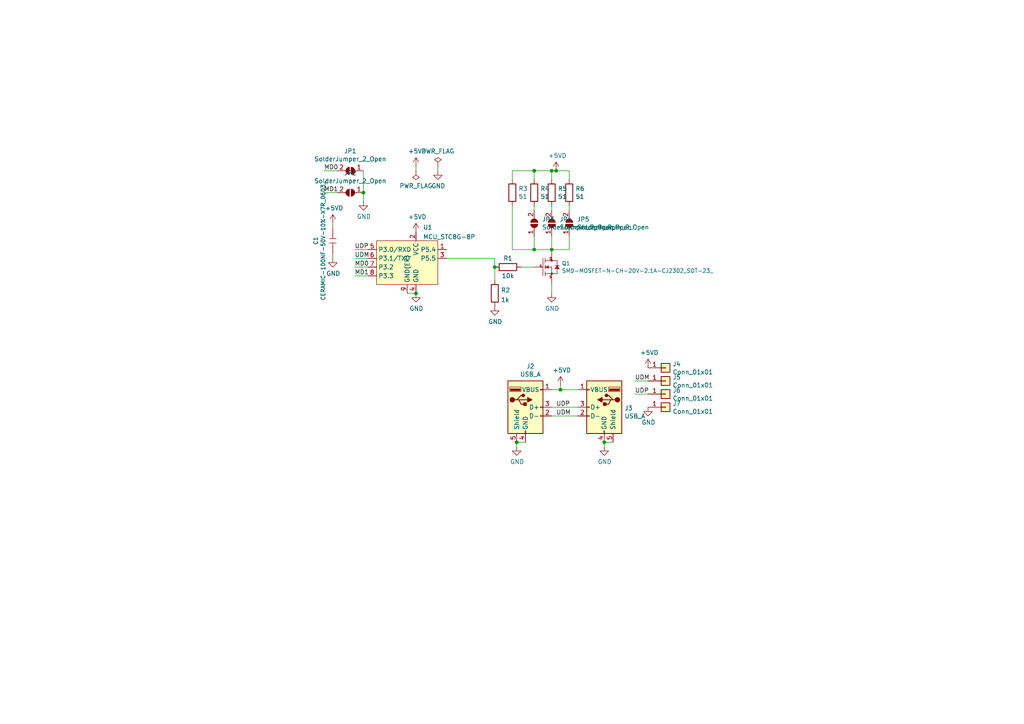
<source format=kicad_sch>
(kicad_sch (version 20211123) (generator eeschema)
  (paper "A4")
  (lib_symbols
    (symbol "Connector_Generic:Conn_01x01" (pin_names (offset 1.016) hide)
      (property "Reference" "J" (at 0 2.54 0))
      (property "Value" "Conn_01x01" (at 0 -2.54 0))
      (symbol "Conn_01x01_1_1"
        (rectangle (start -1.27 0.127) (end 0 -0.127) (stroke (width 0.1524)))
        (rectangle (start -1.27 1.27) (end 1.27 -1.27) (stroke (width 0.254)) (fill (type background)))
        (pin passive line (at -5.08 0 0) (length 3.81) (name "Pin_1") (number "1"))
      )
    )
    (symbol "Device:R" (pin_numbers hide) (pin_names (offset 0))
      (property "Reference" "R" (at 2.032 0 90))
      (property "Value" "R" (at 0 0 90))
      (symbol "R_0_1"
        (rectangle (start -1.016 -2.54) (end 1.016 2.54) (stroke (width 0.254)))
      )
      (symbol "R_1_1"
        (pin passive line (at 0 3.81 270) (length 1.27) (name "~") (number "1"))
        (pin passive line (at 0 -3.81 90) (length 1.27) (name "~") (number "2"))
      )
    )
    (symbol "Jumper:SolderJumper_2_Open" (pin_names (offset 0) hide)
      (property "Reference" "JP" (at 0 2.032 0))
      (property "Value" "SolderJumper_2_Open" (at 0 -2.54 0))
      (symbol "SolderJumper_2_Open_0_1"
        (arc (start -0.254 1.016) (mid -1.27 0) (end -0.254 -1.016))
        (arc (start -0.254 1.016) (mid -1.27 0) (end -0.254 -1.016) (fill (type outline)))
        (polyline (pts (xy -0.254 1.016) (xy -0.254 -1.016)))
        (polyline (pts (xy 0.254 1.016) (xy 0.254 -1.016)))
        (arc (start 0.254 -1.016) (mid 1.27 0) (end 0.254 1.016))
        (arc (start 0.254 -1.016) (mid 1.27 0) (end 0.254 1.016) (fill (type outline)))
      )
      (symbol "SolderJumper_2_Open_1_1"
        (pin passive line (at -3.81 0 0) (length 2.54) (name "A") (number "1"))
        (pin passive line (at 3.81 0 180) (length 2.54) (name "B") (number "2"))
      )
    )
    (symbol "USBload2C-rescue:CERAMIC-100NF-50V-10%-X7R_0603_-OPL_Capacitor" (pin_numbers hide) (pin_names (offset 1.016) hide)
      (property "Reference" "C" (at -3.81 1.27 0))
      (property "Value" "CERAMIC-100NF-50V-10%-X7R_0603_-OPL_Capacitor" (at -3.81 -2.54 0))
      (symbol "CERAMIC-100NF-50V-10%-X7R_0603_-OPL_Capacitor_1_0"
        (polyline (pts (xy -1.27 0) (xy -0.635 0)))
        (polyline (pts (xy -0.635 -1.016) (xy -0.635 0)))
        (polyline (pts (xy -0.635 0) (xy -0.635 1.016)))
        (polyline (pts (xy 0.635 0) (xy 0.635 -1.016)))
        (polyline (pts (xy 0.635 0) (xy 1.27 0)))
        (polyline (pts (xy 0.635 1.016) (xy 0.635 0)))
      )
      (symbol "CERAMIC-100NF-50V-10%-X7R_0603_-OPL_Capacitor_1_1"
        (pin passive line (at -3.81 0 0) (length 2.54) (name "1") (number "1"))
        (pin passive line (at 3.81 0 180) (length 2.54) (name "2") (number "2"))
      )
    )
    (symbol "USBload2C-rescue:SMD-MOSFET-N-CH-20V-2.1A-CJ2302_SOT-23_-OPL_Discrete_Semiconductor" (pin_numbers hide) (pin_names (offset 1.016) hide)
      (property "Reference" "Q" (at -3.81 2.54 0))
      (property "Value" "SMD-MOSFET-N-CH-20V-2.1A-CJ2302_SOT-23_-OPL_Discrete_Semiconductor" (at 0 2.54 0))
      (symbol "SMD-MOSFET-N-CH-20V-2.1A-CJ2302_SOT-23_-OPL_Discrete_Semiconductor_1_0"
        (polyline (pts (xy -2.54 2.54) (xy -2.54 -2.54)))
        (polyline (pts (xy -1.905 -2.54) (xy -1.905 -1.905)))
        (polyline (pts (xy -1.905 -1.905) (xy -1.905 -1.27)))
        (polyline (pts (xy -1.905 -1.905) (xy 0 -1.905)))
        (polyline (pts (xy -1.905 0) (xy -1.905 -0.635)))
        (polyline (pts (xy -1.905 0) (xy -0.9398 -0.3048)))
        (polyline (pts (xy -1.905 0) (xy -0.9398 0.3048)))
        (polyline (pts (xy -1.905 0.635) (xy -1.905 0)))
        (polyline (pts (xy -1.905 1.905) (xy -1.905 1.27)))
        (polyline (pts (xy -1.905 1.905) (xy 0 1.905)))
        (polyline (pts (xy -1.905 2.54) (xy -1.905 1.905)))
        (polyline (pts (xy -1.5748 0) (xy -0.9398 -0.3048)))
        (polyline (pts (xy -0.9398 -0.3048) (xy -1.397 0.127)))
        (polyline (pts (xy -0.9398 -0.3048) (xy -0.9398 0.3048)))
        (polyline (pts (xy -0.9398 0.3048) (xy -1.5748 0)))
        (polyline (pts (xy 0 -1.905) (xy 0 -2.54)))
        (polyline (pts (xy 0 0) (xy -1.5748 0)))
        (polyline (pts (xy 0 0) (xy 0 -1.905)))
        (polyline (pts (xy 0 1.905) (xy 1.5748 1.905)))
        (polyline (pts (xy 0 2.54) (xy 0 1.905)))
        (polyline (pts (xy 0.9398 -0.4318) (xy 1.5748 0.4318)))
        (polyline (pts (xy 1.27 -0.4318) (xy 0.9398 -0.4318)))
        (polyline (pts (xy 1.5748 -1.905) (xy 0 -1.905)))
        (polyline (pts (xy 1.5748 -1.905) (xy 1.5748 0)))
        (polyline (pts (xy 1.5748 0) (xy 1.27 -0.4318)))
        (polyline (pts (xy 1.5748 0) (xy 1.27 -0.3048)))
        (polyline (pts (xy 1.5748 0) (xy 1.5748 0.4318)))
        (polyline (pts (xy 1.5748 0.4318) (xy 0.9398 0.4318)))
        (polyline (pts (xy 1.5748 0.4318) (xy 1.5748 1.905)))
        (polyline (pts (xy 1.5748 0.4318) (xy 2.2098 -0.4318)))
        (polyline (pts (xy 1.905 -0.4318) (xy 1.27 -0.4318)))
        (polyline (pts (xy 1.905 -0.4318) (xy 1.5748 0)))
        (polyline (pts (xy 1.905 -0.3048) (xy 1.5748 0)))
        (polyline (pts (xy 2.2098 -0.4318) (xy 1.905 -0.4318)))
        (polyline (pts (xy 2.2098 0.4318) (xy 1.5748 0.4318)))
        (text "D" (at -0.3302 2.5146 0) (effects (font (size 0.6604 0.6604))))
        (text "G" (at -3.175 0.3048 0) (effects (font (size 0.6604 0.6604))))
        (text "S" (at -0.3302 -2.8448 0) (effects (font (size 0.6604 0.6604))))
      )
      (symbol "SMD-MOSFET-N-CH-20V-2.1A-CJ2302_SOT-23_-OPL_Discrete_Semiconductor_1_1"
        (circle (center 0 -1.905) (radius 0.254))
        (circle (center 0 1.905) (radius 0.254))
        (pin passive line (at -5.08 0 0) (length 2.54) (name "G") (number "1"))
        (pin passive line (at 0 -5.08 90) (length 2.54) (name "S") (number "2"))
        (pin passive line (at 0 5.08 270) (length 2.54) (name "D") (number "3"))
      )
    )
    (symbol "USBload2C-rescue:USB_A-Connector" (pin_names (offset 1.016))
      (property "Reference" "J" (at -5.08 11.43 0))
      (property "Value" "USB_A-Connector" (at -5.08 8.89 0))
      (symbol "USB_A-Connector_0_1"
        (rectangle (start -5.08 -7.62) (end 5.08 7.62) (stroke (width 0.254)) (fill (type background)))
        (circle (center -3.81 2.159) (radius 0.635) (stroke (width 0.254)) (fill (type outline)))
        (rectangle (start -1.524 4.826) (end -4.318 5.334) (fill (type outline)))
        (rectangle (start -1.27 4.572) (end -4.572 5.842))
        (circle (center -0.635 3.429) (radius 0.381) (stroke (width 0.254)) (fill (type outline)))
        (rectangle (start -0.127 -7.62) (end 0.127 -6.858))
        (polyline (pts (xy -3.175 2.159) (xy -2.54 2.159) (xy -1.27 3.429) (xy -0.635 3.429)) (stroke (width 0.254)))
        (polyline (pts (xy -2.54 2.159) (xy -1.905 2.159) (xy -1.27 0.889) (xy 0 0.889)) (stroke (width 0.254)))
        (polyline (pts (xy 0.635 2.794) (xy 0.635 1.524) (xy 1.905 2.159) (xy 0.635 2.794)) (stroke (width 0.254)) (fill (type outline)))
        (rectangle (start 0.254 1.27) (end -0.508 0.508) (stroke (width 0.254)) (fill (type outline)))
        (rectangle (start 5.08 -2.667) (end 4.318 -2.413))
        (rectangle (start 5.08 -0.127) (end 4.318 0.127))
        (rectangle (start 5.08 4.953) (end 4.318 5.207))
      )
      (symbol "USB_A-Connector_1_1"
        (polyline (pts (xy -1.905 2.159) (xy 0.635 2.159)) (stroke (width 0.254)))
        (pin power_in line (at 7.62 5.08 180) (length 2.54) (name "VBUS") (number "1"))
        (pin passive line (at 7.62 -2.54 180) (length 2.54) (name "D-") (number "2"))
        (pin passive line (at 7.62 0 180) (length 2.54) (name "D+") (number "3"))
        (pin power_in line (at 0 -10.16 90) (length 2.54) (name "GND") (number "4"))
        (pin passive line (at -2.54 -10.16 90) (length 2.54) (name "Shield") (number "5"))
      )
    )
    (symbol "akita:MCU_STC8G-8P"
      (property "Reference" "U" (at 7.62 7.62 0))
      (property "Value" "MCU_STC8G-8P" (at 8.89 -7.62 0))
      (symbol "MCU_STC8G-8P_0_1"
        (rectangle (start -8.89 6.35) (end 8.89 -6.35) (stroke (width 0.1524)) (fill (type background)))
      )
      (symbol "MCU_STC8G-8P_1_1"
        (pin bidirectional line (at 11.43 3.81 180) (length 2.54) (name "P5.4") (number "1"))
        (pin power_in line (at 2.54 8.89 270) (length 2.54) (name "VCC") (number "2"))
        (pin bidirectional line (at 11.43 1.27 180) (length 2.54) (name "P5.5") (number "3"))
        (pin power_in line (at 2.54 -8.89 90) (length 2.54) (name "GND") (number "4"))
        (pin bidirectional line (at -11.43 3.81 0) (length 2.54) (name "P3.0/RXD") (number "5"))
        (pin bidirectional line (at -11.43 1.27 0) (length 2.54) (name "P3.1/TXD") (number "6"))
        (pin bidirectional line (at -11.43 -1.27 0) (length 2.54) (name "P3.2") (number "7"))
        (pin bidirectional line (at -11.43 -3.81 0) (length 2.54) (name "P3.3") (number "8"))
        (pin power_in line (at 0 -8.89 90) (length 2.54) (name "GND(EP)") (number "9"))
      )
    )
    (symbol "power:+5VD" (power) (pin_names (offset 0))
      (property "Value" "+5VD" (at 0 3.556 0))
      (symbol "+5VD_0_1"
        (polyline (pts (xy -0.762 1.27) (xy 0 2.54)))
        (polyline (pts (xy 0 0) (xy 0 2.54)))
        (polyline (pts (xy 0 2.54) (xy 0.762 1.27)))
      )
      (symbol "+5VD_1_1"
        (pin power_in line (at 0 0 90) (length 0) hide (name "+5VD") (number "1"))
      )
    )
    (symbol "power:GND" (power) (pin_names (offset 0))
      (property "Value" "GND" (at 0 -3.81 0))
      (symbol "GND_0_1"
        (polyline (pts (xy 0 0) (xy 0 -1.27) (xy 1.27 -1.27) (xy 0 -2.54) (xy -1.27 -1.27) (xy 0 -1.27)))
      )
      (symbol "GND_1_1"
        (pin power_in line (at 0 0 270) (length 0) hide (name "GND") (number "1"))
      )
    )
    (symbol "power:PWR_FLAG" (power) (pin_numbers hide) (pin_names (offset 0) hide)
      (property "Value" "PWR_FLAG" (at 0 3.81 0))
      (symbol "PWR_FLAG_0_0"
        (pin power_out line (at 0 0 90) (length 0) (name "pwr") (number "1"))
      )
      (symbol "PWR_FLAG_0_1"
        (polyline (pts (xy 0 0) (xy 0 1.27) (xy -1.016 1.905) (xy 0 2.54) (xy 1.016 1.905) (xy 0 1.27)))
      )
    )
  )
  (junction (at 143.51 77.47))
  (junction (at 160.02 72.39))
  (junction (at 161.29 49.53))
  (junction (at 160.02 49.53))
  (junction (at 154.94 72.39))
  (junction (at 162.56 113.03))
  (junction (at 149.86 128.27))
  (junction (at 175.26 128.27))
  (junction (at 105.41 55.88))
  (junction (at 120.65 85.09))
  (junction (at 154.94 49.53))
  (wire (pts (xy 105.41 55.88) (xy 105.41 49.53)))
  (wire (pts (xy 160.02 120.65) (xy 167.64 120.65)))
  (wire (pts (xy 152.4 128.27) (xy 149.86 128.27)))
  (wire (pts (xy 160.02 72.39) (xy 160.02 68.58)))
  (wire (pts (xy 175.26 129.54) (xy 175.26 128.27)))
  (wire (pts (xy 154.94 49.53) (xy 160.02 49.53)))
  (wire (pts (xy 129.54 74.93) (xy 143.51 74.93)))
  (wire (pts (xy 160.02 72.39) (xy 165.1 72.39)))
  (wire (pts (xy 105.41 55.88) (xy 105.41 58.42)))
  (wire (pts (xy 118.11 85.09) (xy 120.65 85.09)))
  (wire (pts (xy 187.96 110.49) (xy 184.15 110.49)))
  (wire (pts (xy 143.51 77.47) (xy 143.51 81.28)))
  (wire (pts (xy 165.1 49.53) (xy 161.29 49.53)))
  (wire (pts (xy 167.64 118.11) (xy 160.02 118.11)))
  (wire (pts (xy 160.02 52.07) (xy 160.02 49.53)))
  (wire (pts (xy 148.59 59.69) (xy 148.59 72.39)))
  (wire (pts (xy 160.02 49.53) (xy 161.29 49.53)))
  (wire (pts (xy 102.87 72.39) (xy 106.68 72.39)))
  (wire (pts (xy 162.56 113.03) (xy 167.64 113.03)))
  (wire (pts (xy 102.87 80.01) (xy 106.68 80.01)))
  (wire (pts (xy 160.02 113.03) (xy 162.56 113.03)))
  (wire (pts (xy 148.59 49.53) (xy 154.94 49.53)))
  (wire (pts (xy 160.02 59.69) (xy 160.02 60.96)))
  (wire (pts (xy 162.56 111.76) (xy 162.56 113.03)))
  (wire (pts (xy 127 49.53) (xy 127 48.26)))
  (wire (pts (xy 154.94 60.96) (xy 154.94 59.69)))
  (wire (pts (xy 97.79 49.53) (xy 93.98 49.53)))
  (wire (pts (xy 165.1 60.96) (xy 165.1 59.69)))
  (wire (pts (xy 154.94 52.07) (xy 154.94 49.53)))
  (wire (pts (xy 160.02 82.55) (xy 160.02 85.09)))
  (wire (pts (xy 149.86 129.54) (xy 149.86 128.27)))
  (wire (pts (xy 96.52 66.04) (xy 96.52 64.77)))
  (wire (pts (xy 151.13 77.47) (xy 154.94 77.47)))
  (wire (pts (xy 154.94 68.58) (xy 154.94 72.39)))
  (wire (pts (xy 97.79 55.88) (xy 93.98 55.88)))
  (wire (pts (xy 165.1 72.39) (xy 165.1 68.58)))
  (wire (pts (xy 143.51 74.93) (xy 143.51 77.47)))
  (wire (pts (xy 165.1 52.07) (xy 165.1 49.53)))
  (wire (pts (xy 148.59 52.07) (xy 148.59 49.53)))
  (wire (pts (xy 102.87 77.47) (xy 106.68 77.47)))
  (wire (pts (xy 187.96 114.3) (xy 184.15 114.3)))
  (wire (pts (xy 96.52 74.93) (xy 96.52 73.66)))
  (wire (pts (xy 175.26 128.27) (xy 177.8 128.27)))
  (wire (pts (xy 154.94 72.39) (xy 160.02 72.39)))
  (wire (pts (xy 148.59 72.39) (xy 154.94 72.39)))
  (wire (pts (xy 102.87 74.93) (xy 106.68 74.93)))
  (wire (pts (xy 120.65 49.53) (xy 120.65 48.26)))
  (label "UDM" (at 161.29 120.65 0))
  (label "UDM" (at 102.87 74.93 0))
  (label "MD1" (at 102.87 80.01 0))
  (label "MD1" (at 93.98 55.88 0))
  (label "MD0" (at 93.98 49.53 0))
  (label "UDM" (at 184.15 110.49 0))
  (label "UDP" (at 184.15 114.3 0))
  (label "UDP" (at 102.87 72.39 0))
  (label "UDP" (at 161.29 118.11 0))
  (label "MD0" (at 102.87 77.47 0))
  (symbol (lib_id "USBload2C-rescue:SMD-MOSFET-N-CH-20V-2.1A-CJ2302_SOT-23_-OPL_Discrete_Semiconductor") (at 160.02 77.47 0) (unit 1)
    (property "Reference" "Q1" (at 162.941 76.4032 0) (effects (font (size 1.143 1.143)) (justify left)))
    (property "Value" "SMD-MOSFET-N-CH-20V-2.1A-CJ2302_SOT-23_" (at 162.941 78.5368 0) (effects (font (size 1.143 1.143)) (justify left)))
    (property "Footprint" "Package_TO_SOT_SMD:SOT-23" (effects hide))
    (property "MPN" "CJ2302" (effects hide))
    (property "SKU" "305030015" (effects hide))
  )
  (symbol (lib_id "USBload2C-rescue:CERAMIC-100NF-50V-10%-X7R_0603_-OPL_Capacitor") (at 96.52 69.85 90) (unit 1)
    (property "Reference" "C1" (at 91.5924 69.85 0) (effects (font (size 1.143 1.143))))
    (property "Value" "CERAMIC-100NF-50V-10%-X7R_0603_" (at 93.726 69.85 0) (effects (font (size 1.143 1.143))))
    (property "Footprint" "Capacitor_SMD:C_0603_1608Metric" (effects hide))
    (property "MPN" "CC0603KRX7R9BB104" (effects hide))
    (property "SKU" "302010138" (effects hide))
  )
  (symbol (lib_id "Jumper:SolderJumper_2_Open") (at 154.94 64.77 90) (unit 1)
    (property "Reference" "JP3" (at 157.1752 63.6016 90) (effects (justify right)))
    (property "Value" "SolderJumper_2_Open" (at 157.1752 65.913 90) (effects (justify right)))
    (property "Footprint" "Jumper:SolderJumper-2_P1.3mm_Open_RoundedPad1.0x1.5mm" (effects hide))
  )
  (symbol (lib_id "Jumper:SolderJumper_2_Open") (at 160.02 64.77 90) (unit 1)
    (property "Reference" "JP4" (at 162.2552 63.6016 90) (effects (justify right)))
    (property "Value" "SolderJumper_2_Open" (at 162.2552 65.913 90) (effects (justify right)))
    (property "Footprint" "Jumper:SolderJumper-2_P1.3mm_Open_RoundedPad1.0x1.5mm" (effects hide))
  )
  (symbol (lib_id "Jumper:SolderJumper_2_Open") (at 165.1 64.77 90) (unit 1)
    (property "Reference" "JP5" (at 167.3352 63.6016 90) (effects (justify right)))
    (property "Value" "SolderJumper_2_Open" (at 167.3352 65.913 90) (effects (justify right)))
    (property "Footprint" "Jumper:SolderJumper-2_P1.3mm_Open_RoundedPad1.0x1.5mm" (effects hide))
  )
  (symbol (lib_id "Jumper:SolderJumper_2_Open") (at 101.6 49.53 180) (unit 1)
    (property "Reference" "JP1" (at 101.6 43.815 0))
    (property "Value" "SolderJumper_2_Open" (at 101.6 46.1264 0))
    (property "Footprint" "Jumper:SolderJumper-2_P1.3mm_Open_RoundedPad1.0x1.5mm" (effects hide))
  )
  (symbol (lib_id "Jumper:SolderJumper_2_Open") (at 101.6 55.88 180) (unit 1)
    (property "Reference" "JP2" (at 101.6 50.165 0))
    (property "Value" "SolderJumper_2_Open" (at 101.6 52.4764 0))
    (property "Footprint" "Jumper:SolderJumper-2_P1.3mm_Open_RoundedPad1.0x1.5mm" (effects hide))
  )
  (symbol (lib_id "power:+5VD") (at 120.65 67.31 0) (unit 1)
    (property "Reference" "#PWR04" (effects hide))
    (property "Value" "+5VD" (at 121.031 62.9158 0))
  )
  (symbol (lib_id "power:GND") (at 120.65 85.09 0) (unit 1)
    (property "Reference" "#PWR05" (effects hide))
    (property "Value" "GND" (at 120.777 89.4842 0))
  )
  (symbol (lib_id "Device:R") (at 154.94 55.88 0) (unit 1)
    (property "Reference" "R4" (at 156.718 54.7116 0) (effects (justify left)))
    (property "Value" "51" (at 156.718 57.023 0) (effects (justify left)))
    (property "Footprint" "Resistor_SMD:R_0805_2012Metric" (effects hide))
  )
  (symbol (lib_id "Device:R") (at 160.02 55.88 0) (unit 1)
    (property "Reference" "R5" (at 161.798 54.7116 0) (effects (justify left)))
    (property "Value" "51" (at 161.798 57.023 0) (effects (justify left)))
    (property "Footprint" "Resistor_SMD:R_0805_2012Metric" (effects hide))
  )
  (symbol (lib_id "Device:R") (at 165.1 55.88 0) (unit 1)
    (property "Reference" "R6" (at 166.878 54.7116 0) (effects (justify left)))
    (property "Value" "51" (at 166.878 57.023 0) (effects (justify left)))
    (property "Footprint" "Resistor_SMD:R_0805_2012Metric" (effects hide))
  )
  (symbol (lib_id "Device:R") (at 148.59 55.88 0) (unit 1)
    (property "Reference" "R3" (at 150.368 54.7116 0) (effects (justify left)))
    (property "Value" "51" (at 150.368 57.023 0) (effects (justify left)))
    (property "Footprint" "Resistor_SMD:R_0805_2012Metric" (effects hide))
  )
  (symbol (lib_id "power:GND") (at 105.41 58.42 0) (unit 1)
    (property "Reference" "#PWR03" (effects hide))
    (property "Value" "GND" (at 105.537 62.8142 0))
  )
  (symbol (lib_id "power:+5VD") (at 161.29 49.53 0) (unit 1)
    (property "Reference" "#PWR011" (effects hide))
    (property "Value" "+5VD" (at 161.671 45.1358 0))
  )
  (symbol (lib_id "power:GND") (at 160.02 85.09 0) (unit 1)
    (property "Reference" "#PWR010" (effects hide))
    (property "Value" "GND" (at 160.147 89.4842 0))
  )
  (symbol (lib_id "power:+5VD") (at 96.52 64.77 0) (unit 1)
    (property "Reference" "#PWR01" (effects hide))
    (property "Value" "+5VD" (at 96.901 60.3758 0))
  )
  (symbol (lib_id "power:GND") (at 96.52 74.93 0) (unit 1)
    (property "Reference" "#PWR02" (effects hide))
    (property "Value" "GND" (at 96.647 79.3242 0))
  )
  (symbol (lib_id "power:PWR_FLAG") (at 120.65 49.53 180) (unit 1)
    (property "Reference" "#FLG01" (effects hide))
    (property "Value" "PWR_FLAG" (at 120.65 53.9242 0))
  )
  (symbol (lib_id "power:PWR_FLAG") (at 127 48.26 0) (unit 1)
    (property "Reference" "#FLG02" (effects hide))
    (property "Value" "PWR_FLAG" (at 127 43.8658 0))
  )
  (symbol (lib_id "power:+5VD") (at 120.65 48.26 0) (unit 1)
    (property "Reference" "#PWR06" (effects hide))
    (property "Value" "+5VD" (at 121.031 43.8658 0))
  )
  (symbol (lib_id "power:GND") (at 127 49.53 0) (unit 1)
    (property "Reference" "#PWR07" (effects hide))
    (property "Value" "GND" (at 127.127 53.9242 0))
  )
  (symbol (lib_id "USBload2C-rescue:USB_A-Connector") (at 152.4 118.11 0) (unit 1)
    (property "Reference" "J2" (at 153.8478 106.2482 0))
    (property "Value" "USB_A" (at 153.8478 108.5596 0))
    (property "Footprint" "akita:USB-A_plug" (effects hide))
    (property "Datasheet" " ~" (effects hide))
  )
  (symbol (lib_id "USBload2C-rescue:USB_A-Connector") (at 175.26 118.11 0) (mirror y) (unit 1)
    (property "Reference" "J3" (at 181.102 118.3894 0) (effects (justify right)))
    (property "Value" "USB_A" (at 181.102 120.7008 0) (effects (justify right)))
    (property "Footprint" "Connector_USB:USB_A_Stewart_SS-52100-001_Horizontal" (effects hide))
    (property "Datasheet" " ~" (effects hide))
  )
  (symbol (lib_id "power:GND") (at 149.86 129.54 0) (unit 1)
    (property "Reference" "#PWR012" (effects hide))
    (property "Value" "GND" (at 149.987 133.9342 0))
  )
  (symbol (lib_id "power:+5VD") (at 162.56 111.76 0) (unit 1)
    (property "Reference" "#PWR013" (effects hide))
    (property "Value" "+5VD" (at 162.941 107.3658 0))
  )
  (symbol (lib_id "power:GND") (at 175.26 129.54 0) (unit 1)
    (property "Reference" "#PWR014" (effects hide))
    (property "Value" "GND" (at 175.387 133.9342 0))
  )
  (symbol (lib_id "Connector_Generic:Conn_01x01") (at 193.04 106.68 0) (unit 1)
    (property "Reference" "J4" (at 195.072 105.6132 0) (effects (justify left)))
    (property "Value" "Conn_01x01" (at 195.072 107.9246 0) (effects (justify left)))
    (property "Footprint" "akita:Pad_SMD1.6mm" (effects hide))
  )
  (symbol (lib_id "Connector_Generic:Conn_01x01") (at 193.04 110.49 0) (unit 1)
    (property "Reference" "J5" (at 195.072 109.4232 0) (effects (justify left)))
    (property "Value" "Conn_01x01" (at 195.072 111.7346 0) (effects (justify left)))
    (property "Footprint" "akita:Pad_SMD1.6mm" (effects hide))
  )
  (symbol (lib_id "Connector_Generic:Conn_01x01") (at 193.04 114.3 0) (unit 1)
    (property "Reference" "J6" (at 195.072 113.2332 0) (effects (justify left)))
    (property "Value" "Conn_01x01" (at 195.072 115.5446 0) (effects (justify left)))
    (property "Footprint" "akita:Pad_SMD1.6mm" (effects hide))
  )
  (symbol (lib_id "Connector_Generic:Conn_01x01") (at 193.04 118.11 0) (unit 1)
    (property "Reference" "J7" (at 195.072 117.0432 0) (effects (justify left)))
    (property "Value" "Conn_01x01" (at 195.072 119.3546 0) (effects (justify left)))
    (property "Footprint" "akita:Pad_SMD1.6mm" (effects hide))
  )
  (symbol (lib_id "power:+5VD") (at 187.96 106.68 0) (unit 1)
    (property "Reference" "#PWR08" (effects hide))
    (property "Value" "+5VD" (at 188.341 102.2858 0))
  )
  (symbol (lib_id "power:GND") (at 187.96 118.11 0) (unit 1)
    (property "Reference" "#PWR09" (effects hide))
    (property "Value" "GND" (at 188.087 122.5042 0))
  )
  (symbol (lib_id "akita:MCU_STC8G-8P") (at 118.11 76.2 0) (unit 1)
    (property "Reference" "U1" (at 122.6694 65.9343 0) (effects (justify left)))
    (property "Value" "MCU_STC8G-8P" (at 122.6694 68.7094 0) (effects (justify left)))
    (property "Footprint" "Package_DFN_QFN:DFN-8-1EP_3x3mm_P0.5mm_EP1.66x2.38mm" (effects hide))
  )
  (symbol (lib_id "Device:R") (at 143.51 85.09 0) (unit 1)
    (property "Reference" "R2" (at 145.288 84.1815 0) (effects (justify left)))
    (property "Value" "1k" (at 145.288 86.9566 0) (effects (justify left)))
    (property "Footprint" "Resistor_SMD:R_0603_1608Metric" (effects hide))
  )
  (symbol (lib_id "Device:R") (at 147.32 77.47 90) (unit 1)
    (property "Reference" "R1" (at 147.32 74.93 90))
    (property "Value" "10k" (at 147.32 80.01 90))
    (property "Footprint" "Resistor_SMD:R_0603_1608Metric" (effects hide))
  )
  (symbol (lib_id "power:GND") (at 143.51 88.9 0) (unit 1)
    (property "Reference" "#PWR0101" (effects hide))
    (property "Value" "GND" (at 143.637 93.2942 0))
  )
)
</source>
